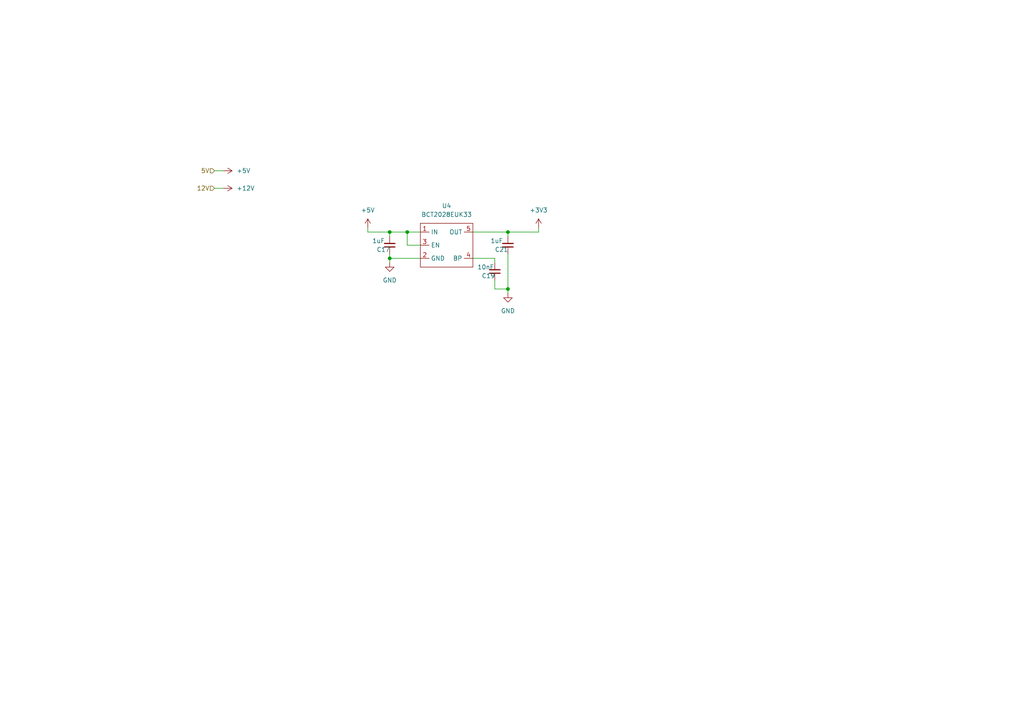
<source format=kicad_sch>
(kicad_sch (version 20211123) (generator eeschema)
  (paper "A4")
  (lib_symbols
    (symbol "Device:C_Small" (pin_numbers hide) (pin_names (offset 0.254) hide)
      (property "Reference" "C" (at 0.254 1.778 0))
      (property "Value" "C_Small" (at 0.254 -2.032 0))
      (symbol "C_Small_0_1"
        (polyline (pts (xy -1.524 -0.508) (xy 1.524 -0.508)) (stroke (width 0.3302)))
        (polyline (pts (xy -1.524 0.508) (xy 1.524 0.508)) (stroke (width 0.3048)))
      )
      (symbol "C_Small_1_1"
        (pin passive line (at 0 2.54 270) (length 2.032) (name "~") (number "1"))
        (pin passive line (at 0 -2.54 90) (length 2.032) (name "~") (number "2"))
      )
    )
    (symbol "POWER_:BCT2028EUK33"
      (property "Reference" "U4" (at 0 5.08 0))
      (property "Value" "BCT2028EUK33" (at 0 2.54 0))
      (symbol "BCT2028EUK33_0_1"
        (rectangle (start 7.62 0) (end -7.62 -12.7))
      )
      (symbol "BCT2028EUK33_1_1"
        (pin power_in line (at -7.62 -2.54 0) (length 2.54) (name "IN") (number "1"))
        (pin power_in line (at -7.62 -10.16 0) (length 2.54) (name "GND") (number "2"))
        (pin input line (at -7.62 -6.35 0) (length 2.54) (name "EN") (number "3"))
        (pin passive line (at 7.62 -10.16 180) (length 2.54) (name "BP") (number "4"))
        (pin power_out line (at 7.62 -2.54 180) (length 2.54) (name "OUT") (number "5"))
      )
    )
    (symbol "power:+12V" (power) (pin_names (offset 0))
      (property "Value" "+12V" (at 0 3.556 0))
      (symbol "+12V_0_1"
        (polyline (pts (xy -0.762 1.27) (xy 0 2.54)))
        (polyline (pts (xy 0 0) (xy 0 2.54)))
        (polyline (pts (xy 0 2.54) (xy 0.762 1.27)))
      )
      (symbol "+12V_1_1"
        (pin power_in line (at 0 0 90) (length 0) hide (name "+12V") (number "1"))
      )
    )
    (symbol "power:+3V3" (power) (pin_names (offset 0))
      (property "Value" "+3V3" (at 0 3.556 0))
      (symbol "+3V3_0_1"
        (polyline (pts (xy -0.762 1.27) (xy 0 2.54)))
        (polyline (pts (xy 0 0) (xy 0 2.54)))
        (polyline (pts (xy 0 2.54) (xy 0.762 1.27)))
      )
      (symbol "+3V3_1_1"
        (pin power_in line (at 0 0 90) (length 0) hide (name "+3V3") (number "1"))
      )
    )
    (symbol "power:+5V" (power) (pin_names (offset 0))
      (property "Value" "+5V" (at 0 3.556 0))
      (symbol "+5V_0_1"
        (polyline (pts (xy -0.762 1.27) (xy 0 2.54)))
        (polyline (pts (xy 0 0) (xy 0 2.54)))
        (polyline (pts (xy 0 2.54) (xy 0.762 1.27)))
      )
      (symbol "+5V_1_1"
        (pin power_in line (at 0 0 90) (length 0) hide (name "+5V") (number "1"))
      )
    )
    (symbol "power:GND" (power) (pin_names (offset 0))
      (property "Value" "GND" (at 0 -3.81 0))
      (symbol "GND_0_1"
        (polyline (pts (xy 0 0) (xy 0 -1.27) (xy 1.27 -1.27) (xy 0 -2.54) (xy -1.27 -1.27) (xy 0 -1.27)))
      )
      (symbol "GND_1_1"
        (pin power_in line (at 0 0 270) (length 0) hide (name "GND") (number "1"))
      )
    )
  )
  (junction (at 147.32 83.82))
  (junction (at 118.11 67.31))
  (junction (at 113.03 67.31))
  (junction (at 113.03 74.93))
  (junction (at 147.32 67.31))
  (wire (pts (xy 62.23 54.61) (xy 64.77 54.61)))
  (wire (pts (xy 121.92 71.12) (xy 118.11 71.12)))
  (wire (pts (xy 113.03 73.66) (xy 113.03 74.93)))
  (wire (pts (xy 113.03 74.93) (xy 121.92 74.93)))
  (wire (pts (xy 113.03 67.31) (xy 113.03 68.58)))
  (wire (pts (xy 118.11 71.12) (xy 118.11 67.31)))
  (wire (pts (xy 137.16 67.31) (xy 147.32 67.31)))
  (wire (pts (xy 62.23 49.53) (xy 64.77 49.53)))
  (wire (pts (xy 137.16 74.93) (xy 143.51 74.93)))
  (wire (pts (xy 147.32 73.66) (xy 147.32 83.82)))
  (wire (pts (xy 143.51 83.82) (xy 143.51 81.28)))
  (wire (pts (xy 106.68 67.31) (xy 106.68 66.04)))
  (wire (pts (xy 113.03 76.2) (xy 113.03 74.93)))
  (wire (pts (xy 118.11 67.31) (xy 121.92 67.31)))
  (wire (pts (xy 147.32 67.31) (xy 156.21 67.31)))
  (wire (pts (xy 156.21 66.04) (xy 156.21 67.31)))
  (wire (pts (xy 147.32 83.82) (xy 147.32 85.09)))
  (wire (pts (xy 147.32 68.58) (xy 147.32 67.31)))
  (wire (pts (xy 118.11 67.31) (xy 113.03 67.31)))
  (wire (pts (xy 113.03 67.31) (xy 106.68 67.31)))
  (wire (pts (xy 143.51 76.2) (xy 143.51 74.93)))
  (wire (pts (xy 143.51 83.82) (xy 147.32 83.82)))
  (hierarchical_label "12V" (shape input) (at 62.23 54.61 180))
  (hierarchical_label "5V" (shape input) (at 62.23 49.53 180))
  (symbol (lib_id "power:GND") (at 147.32 85.09 0) (unit 1)
    (property "Reference" "#PWR0138" (effects hide))
    (property "Value" "GND" (at 147.32 90.17 0))
  )
  (symbol (lib_id "power:+12V") (at 64.77 54.61 270) (unit 1)
    (property "Reference" "#PWR0146" (effects hide))
    (property "Value" "+12V" (at 68.58 54.6099 90) (effects (justify left)))
  )
  (symbol (lib_id "Device:C_Small") (at 147.32 71.12 180) (unit 1)
    (property "Reference" "C21" (at 143.51 72.39 0) (effects (justify right)))
    (property "Value" "1uF" (at 142.24 69.85 0) (effects (justify right)))
    (property "Footprint" "Capacitor_SMD:C_0805_2012Metric_Pad1.18x1.45mm_HandSolder" (effects hide))
  )
  (symbol (lib_id "power:+5V") (at 106.68 66.04 0) (unit 1)
    (property "Reference" "#PWR0142" (effects hide))
    (property "Value" "+5V" (at 106.68 60.96 0))
  )
  (symbol (lib_id "POWER_:BCT2028EUK33") (at 129.54 64.77 0) (unit 1)
    (property "Reference" "U4" (at 129.54 59.69 0))
    (property "Value" "BCT2028EUK33" (at 129.54 62.23 0))
    (property "Footprint" "Package_TO_SOT_SMD:SOT-23-5_HandSoldering" (effects hide))
  )
  (symbol (lib_id "Device:C_Small") (at 143.51 78.74 180) (unit 1)
    (property "Reference" "C19" (at 139.7 80.01 0) (effects (justify right)))
    (property "Value" "10nF" (at 138.43 77.47 0) (effects (justify right)))
    (property "Footprint" "Capacitor_SMD:C_0402_1005Metric_Pad0.74x0.62mm_HandSolder" (effects hide))
  )
  (symbol (lib_id "Device:C_Small") (at 113.03 71.12 180) (unit 1)
    (property "Reference" "C17" (at 109.22 72.39 0) (effects (justify right)))
    (property "Value" "1uF" (at 107.95 69.85 0) (effects (justify right)))
    (property "Footprint" "Capacitor_SMD:C_0805_2012Metric_Pad1.18x1.45mm_HandSolder" (effects hide))
  )
  (symbol (lib_id "power:+5V") (at 64.77 49.53 270) (unit 1)
    (property "Reference" "#PWR0147" (effects hide))
    (property "Value" "+5V" (at 68.58 49.5299 90) (effects (justify left)))
  )
  (symbol (lib_id "power:+3V3") (at 156.21 66.04 0) (unit 1)
    (property "Reference" "#PWR0139" (effects hide))
    (property "Value" "+3V3" (at 156.21 60.96 0))
  )
  (symbol (lib_id "power:GND") (at 113.03 76.2 0) (unit 1)
    (property "Reference" "#PWR0141" (effects hide))
    (property "Value" "GND" (at 113.03 81.28 0))
  )
)
</source>
